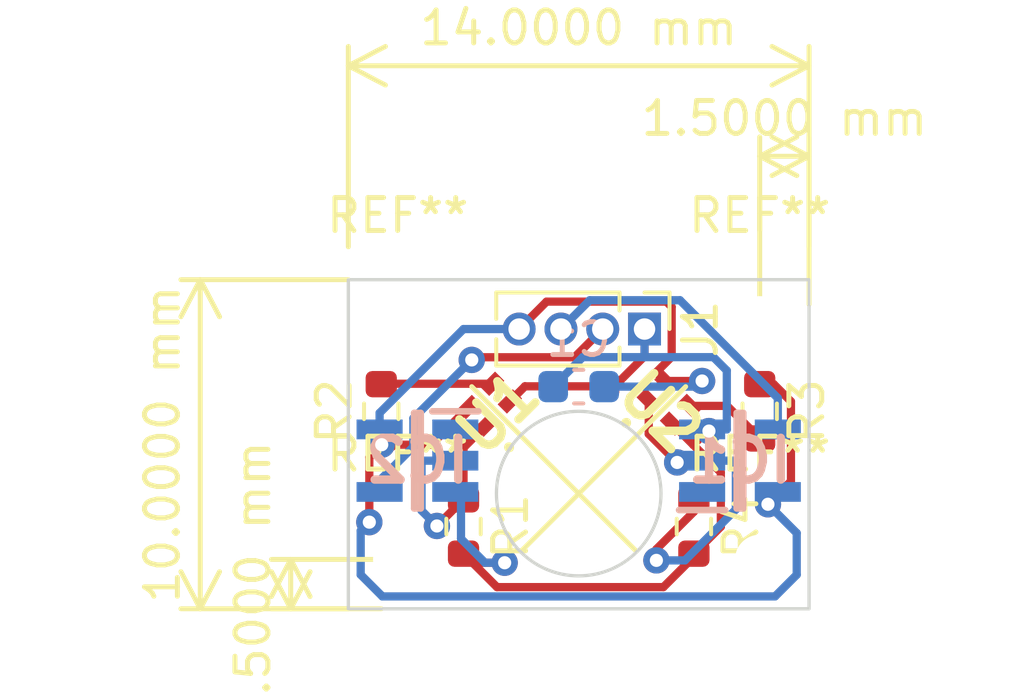
<source format=kicad_pcb>
(kicad_pcb (version 20211014) (generator pcbnew)
  (layers (0 "F.Cu" signal) (31 "B.Cu" signal) (34 "B.Paste" user) (35 "F.Paste" user) (36 "B.SilkS" user "B.Silkscreen") (37 "F.SilkS" user "F.Silkscreen") (38 "B.Mask" user) (39 "F.Mask" user) (44 "Edge.Cuts" user))
  (net 0 "")
  (net 2 "/OUT_A_raw")
  (net 3 "GND")
  (net 4 "/OUT_A")
  (net 5 "+3V3")
  (net 7 "/OUT_B_raw")
  (net 8 "/OUT_B")
  (net 9 "Net-(R2-Pad2)")
  (net 10 "Net-(R3-Pad2)")
  (footprint "Resistor_SMD:R_0603_1608Metric" (layer "F.Cu") (at 180 56 -90)
    (fp_text reference "R4" (at 0 -1.43 90) (layer "F.SilkS"))
    (fp_text value "10k")
    (fp_line (start -0.237258 -0.5225) (end 0.237258 -0.5225) (layer "F.SilkS") (width 0.12))
    (fp_line (start -0.237258 0.5225) (end 0.237258 0.5225) (layer "F.SilkS") (width 0.12))
    (pad "1" smd roundrect (at -0.825 0 270) (size 0.8 0.95) (layers "F.Cu" "F.Paste" "F.Mask") (net 2 "/OUT_A_raw"))
    (pad "2" smd roundrect (at 0.825 0 270) (size 0.8 0.95) (layers "F.Cu" "F.Paste" "F.Mask") (net 3 "GND"))
  )
  (footprint "Resistor_SMD:R_0603_1608Metric" (layer "F.Cu") (at 173 56 -90)
    (fp_text reference "R1" (at 0 -1.43 90) (layer "F.SilkS"))
    (fp_text value "10k")
    (fp_line (start -0.237258 -0.5225) (end 0.237258 -0.5225) (layer "F.SilkS") (width 0.12))
    (fp_line (start -0.237258 0.5225) (end 0.237258 0.5225) (layer "F.SilkS") (width 0.12))
    (pad "1" smd roundrect (at -0.825 0 270) (size 0.8 0.95) (layers "F.Cu" "F.Paste" "F.Mask") (net 7 "/OUT_B_raw"))
    (pad "2" smd roundrect (at 0.825 0 270) (size 0.8 0.95) (layers "F.Cu" "F.Paste" "F.Mask") (net 3 "GND"))
  )
  (footprint "SamacSys_Parts:NJL5901AR1TE1" (layer "F.Cu") (at 179.25 52.25 -45)
    (fp_text reference "U2" (at 0 0.375 135) (layer "F.SilkS") (effects (font (size 1.27 1.27) (thickness 0.254))))
    (fp_text value "NJL5901AR" hide)
    (fp_line (start -0.5 1.3) (end -0.5 1.3) (layer "F.SilkS") (width 0.2))
    (fp_line (start -0.5 1.4) (end -0.5 1.4) (layer "F.SilkS") (width 0.2))
    (fp_line (start -0.5 1.3) (end -0.5 1.3) (layer "F.SilkS") (width 0.2))
    (fp_arc (start -0.5 1.4) (mid -0.55 1.35) (end -0.5 1.3) (layer "F.SilkS") (width 0.2))
    (fp_arc (start -0.5 1.4) (mid -0.55 1.35) (end -0.5 1.3) (layer "F.SilkS") (width 0.2))
    (fp_arc (start -0.5 1.3) (mid -0.45 1.35) (end -0.5 1.4) (layer "F.SilkS") (width 0.2))
    (pad "1" smd rect locked (at -0.5 0.38 45) (size 0.4 0.65) (layers "F.Cu" "F.Paste" "F.Mask") (net 2 "/OUT_A_raw"))
    (pad "2" smd rect locked (at 0.5 0.38 45) (size 0.4 0.65) (layers "F.Cu" "F.Paste" "F.Mask") (net 3 "GND"))
    (pad "3" smd rect locked (at 0.5 -0.38 45) (size 0.4 0.65) (layers "F.Cu" "F.Paste" "F.Mask") (net 10 "Net-(R3-Pad2)"))
    (pad "4" smd rect locked (at -0.5 -0.38 45) (size 0.4 0.65) (layers "F.Cu" "F.Paste" "F.Mask") (net 5 "+3V3"))
  )
  (footprint "Resistor_SMD:R_0603_1608Metric" (layer "F.Cu") (at 182 52.5 -90)
    (fp_text reference "R3" (at 0 -1.43 90) (layer "F.SilkS"))
    (fp_text value "220")
    (fp_line (start -0.237258 0.5225) (end 0.237258 0.5225) (layer "F.SilkS") (width 0.12))
    (fp_line (start -0.237258 -0.5225) (end 0.237258 -0.5225) (layer "F.SilkS") (width 0.12))
    (pad "1" smd roundrect (at -0.825 0 270) (size 0.8 0.95) (layers "F.Cu" "F.Paste" "F.Mask") (net 5 "+3V3"))
    (pad "2" smd roundrect (at 0.825 0 270) (size 0.8 0.95) (layers "F.Cu" "F.Paste" "F.Mask") (net 10 "Net-(R3-Pad2)"))
  )
  (footprint "MountingHole:MountingHole_2.1mm" (layer "F.Cu") (at 182 49.75)
    (fp_text reference "REF**" (at 0 -3.2) (layer "F.SilkS"))
    (fp_text value "MountingHole_2.1mm")
    (pad "" np_thru_hole circle (at 0 0) (size 1.5 1.5) (drill 1.5) (layers F&B.Cu *.Mask))
  )
  (footprint "SamacSys_Parts:NJL5901AR1TE1" (layer "F.Cu") (at 173.7848 52.2848 45)
    (fp_text reference "U1" (at 0 0.375 45) (layer "F.SilkS") (effects (font (size 1.27 1.27) (thickness 0.254))))
    (fp_text value "NJL5901AR" hide)
    (fp_line (start -0.5 1.3) (end -0.5 1.3) (layer "F.SilkS") (width 0.2))
    (fp_line (start -0.5 1.4) (end -0.5 1.4) (layer "F.SilkS") (width 0.2))
    (fp_line (start -0.5 1.3) (end -0.5 1.3) (layer "F.SilkS") (width 0.2))
    (fp_arc (start -0.5 1.4) (mid -0.55 1.35) (end -0.5 1.3) (layer "F.SilkS") (width 0.2))
    (fp_arc (start -0.5 1.4) (mid -0.55 1.35) (end -0.5 1.3) (layer "F.SilkS") (width 0.2))
    (fp_arc (start -0.5 1.3) (mid -0.45 1.35) (end -0.5 1.4) (layer "F.SilkS") (width 0.2))
    (pad "1" smd rect locked (at -0.5 0.38 135) (size 0.4 0.65) (layers "F.Cu" "F.Paste" "F.Mask") (net 7 "/OUT_B_raw"))
    (pad "2" smd rect locked (at 0.5 0.38 135) (size 0.4 0.65) (layers "F.Cu" "F.Paste" "F.Mask") (net 3 "GND"))
    (pad "3" smd rect locked (at 0.5 -0.38 135) (size 0.4 0.65) (layers "F.Cu" "F.Paste" "F.Mask") (net 9 "Net-(R2-Pad2)"))
    (pad "4" smd rect locked (at -0.5 -0.38 135) (size 0.4 0.65) (layers "F.Cu" "F.Paste" "F.Mask") (net 5 "+3V3"))
  )
  (footprint "Resistor_SMD:R_0603_1608Metric" (layer "F.Cu") (at 170.5 52.5 90)
    (fp_text reference "R2" (at 0 -1.43 90) (layer "F.SilkS"))
    (fp_text value "220")
    (fp_line (start -0.237258 -0.5225) (end 0.237258 -0.5225) (layer "F.SilkS") (width 0.12))
    (fp_line (start -0.237258 0.5225) (end 0.237258 0.5225) (layer "F.SilkS") (width 0.12))
    (pad "1" smd roundrect (at -0.825 0 90) (size 0.8 0.95) (layers "F.Cu" "F.Paste" "F.Mask") (net 5 "+3V3"))
    (pad "2" smd roundrect (at 0.825 0 90) (size 0.8 0.95) (layers "F.Cu" "F.Paste" "F.Mask") (net 9 "Net-(R2-Pad2)"))
  )
  (footprint "MountingHole:MountingHole_2.1mm" (layer "F.Cu") (at 182 57)
    (fp_text reference "REF**" (at 0 -3.2) (layer "F.SilkS"))
    (fp_text value "MountingHole_2.1mm")
    (pad "" np_thru_hole circle (at 0 0) (size 1.5 1.5) (drill 1.5) (layers F&B.Cu *.Mask))
  )
  (footprint "MountingHole:MountingHole_2.1mm" (layer "F.Cu") (at 171 49.75)
    (fp_text reference "REF**" (at 0 -3.2) (layer "F.SilkS"))
    (fp_text value "MountingHole_2.1mm")
    (pad "" np_thru_hole circle (at 0 0) (size 1.5 1.5) (drill 1.5) (layers F&B.Cu *.Mask))
  )
  (footprint "MountingHole:MountingHole_2.1mm" (layer "F.Cu") (at 171 57)
    (fp_text reference "REF**" (at 0 -3.2) (layer "F.SilkS"))
    (fp_text value "MountingHole_2.1mm")
    (pad "" np_thru_hole circle (at 0 0) (size 1.5 1.5) (drill 1.5) (layers F&B.Cu *.Mask))
  )
  (footprint "Connector_PinHeader_1.27mm:PinHeader_1x04_P1.27mm_Vertical" (layer "F.Cu") (at 178.5 50 -90)
    (fp_text reference "J1" (at 0 -1.695 90) (layer "F.SilkS"))
    (fp_text value "Conn_01x04_Male")
    (fp_line (start -1.11 0.76) (end -0.563471 0.76) (layer "F.SilkS") (width 0.12))
    (fp_line (start -1.11 4.505) (end -0.30753 4.505) (layer "F.SilkS") (width 0.12))
    (fp_line (start 0.563471 0.76) (end 1.11 0.76) (layer "F.SilkS") (width 0.12))
    (fp_line (start -1.11 0.76) (end -1.11 4.505) (layer "F.SilkS") (width 0.12))
    (fp_line (start 1.11 0.76) (end 1.11 4.505) (layer "F.SilkS") (width 0.12))
    (fp_line (start 0.30753 4.505) (end 1.11 4.505) (layer "F.SilkS") (width 0.12))
    (fp_line (start -1.11 -0.76) (end 0 -0.76) (layer "F.SilkS") (width 0.12))
    (fp_line (start -1.11 0) (end -1.11 -0.76) (layer "F.SilkS") (width 0.12))
    (pad "1" thru_hole rect (at 0 0 270) (size 1 1) (drill 0.65) (layers *.Cu *.Mask) (net 3 "GND"))
    (pad "2" thru_hole oval (at 0 1.27 270) (size 1 1) (drill 0.65) (layers *.Cu *.Mask) (net 8 "/OUT_B"))
    (pad "3" thru_hole oval (at 0 2.54 270) (size 1 1) (drill 0.65) (layers *.Cu *.Mask) (net 4 "/OUT_A"))
    (pad "4" thru_hole oval (at 0 3.81 270) (size 1 1) (drill 0.65) (layers *.Cu *.Mask) (net 5 "+3V3"))
  )
  (footprint "SamacSys_Parts:SOT95P275X140-5N" (layer "B.Cu") (at 171.6 54 180)
    (fp_text reference "IC2" (at 0 0) (layer "B.SilkS") (effects (font (size 1.27 1.27) (thickness 0.254)) (justify mirror)))
    (fp_text value "TC7S14F_F_" hide)
    (fp_line (start -0.1 1.45) (end 0.1 1.45) (layer "B.SilkS") (width 0.2))
    (fp_line (start 0.1 1.45) (end 0.1 -1.45) (layer "B.SilkS") (width 0.2))
    (fp_line (start 0.1 -1.45) (end -0.1 -1.45) (layer "B.SilkS") (width 0.2))
    (fp_line (start -1.85 1.5) (end -0.45 1.5) (layer "B.SilkS") (width 0.2))
    (fp_line (start -0.1 -1.45) (end -0.1 1.45) (layer "B.SilkS") (width 0.2))
    (pad "1" smd rect locked (at -1.15 0.95 90) (size 0.6 1.4) (layers "B.Cu" "B.Paste" "B.Mask"))
    (pad "2" smd rect locked (at -1.15 0 90) (size 0.6 1.4) (layers "B.Cu" "B.Paste" "B.Mask") (net 7 "/OUT_B_raw"))
    (pad "3" smd rect locked (at -1.15 -0.95 90) (size 0.6 1.4) (layers "B.Cu" "B.Paste" "B.Mask") (net 3 "GND"))
    (pad "4" smd rect locked (at 1.15 -0.95 90) (size 0.6 1.4) (layers "B.Cu" "B.Paste" "B.Mask") (net 8 "/OUT_B"))
    (pad "5" smd rect locked (at 1.15 0.95 90) (size 0.6 1.4) (layers "B.Cu" "B.Paste" "B.Mask") (net 5 "+3V3"))
  )
  (footprint "Capacitor_SMD:C_0603_1608Metric" (layer "B.Cu") (at 176.5 51.75 180)
    (fp_text reference "C1" (at 0 1.43) (layer "B.SilkS") (effects (justify mirror)))
    (fp_text value "0.1u")
    (fp_line (start -0.14058 0.51) (end 0.14058 0.51) (layer "B.SilkS") (width 0.12))
    (fp_line (start -0.14058 -0.51) (end 0.14058 -0.51) (layer "B.SilkS") (width 0.12))
    (pad "1" smd roundrect (at -0.775 0 180) (size 0.9 0.95) (layers "B.Cu" "B.Paste" "B.Mask") (net 5 "+3V3"))
    (pad "2" smd roundrect (at 0.775 0 180) (size 0.9 0.95) (layers "B.Cu" "B.Paste" "B.Mask") (net 3 "GND"))
  )
  (footprint "SamacSys_Parts:SOT95P275X140-5N" (layer "B.Cu") (at 181.4 54)
    (fp_text reference "IC1" (at 0 0) (layer "B.SilkS") (effects (font (size 1.27 1.27) (thickness 0.254)) (justify mirror)))
    (fp_text value "TC7S14F_F_" hide)
    (fp_line (start 0.1 1.45) (end 0.1 -1.45) (layer "B.SilkS") (width 0.2))
    (fp_line (start -0.1 1.45) (end 0.1 1.45) (layer "B.SilkS") (width 0.2))
    (fp_line (start -1.85 1.5) (end -0.45 1.5) (layer "B.SilkS") (width 0.2))
    (fp_line (start 0.1 -1.45) (end -0.1 -1.45) (layer "B.SilkS") (width 0.2))
    (fp_line (start -0.1 -1.45) (end -0.1 1.45) (layer "B.SilkS") (width 0.2))
    (pad "1" smd rect locked (at -1.15 0.95 270) (size 0.6 1.4) (layers "B.Cu" "B.Paste" "B.Mask"))
    (pad "2" smd rect locked (at -1.15 0 270) (size 0.6 1.4) (layers "B.Cu" "B.Paste" "B.Mask") (net 2 "/OUT_A_raw"))
    (pad "3" smd rect locked (at -1.15 -0.95 270) (size 0.6 1.4) (layers "B.Cu" "B.Paste" "B.Mask") (net 3 "GND"))
    (pad "4" smd rect locked (at 1.15 -0.95 270) (size 0.6 1.4) (layers "B.Cu" "B.Paste" "B.Mask") (net 4 "/OUT_A"))
    (pad "5" smd rect locked (at 1.15 0.95 270) (size 0.6 1.4) (layers "B.Cu" "B.Paste" "B.Mask") (net 5 "+3V3"))
  )
  (gr_line (start 173.25 51.75) (end 178.25 56.75) (layer "F.SilkS") (width 0.15))
  (gr_line (start 174.75 56.75) (end 179.75 51.75) (layer "F.SilkS") (width 0.15))
  (gr_circle (center 176.5 55) (end 179 55) (layer "Edge.Cuts") (width 0.1) (fill none))
  (gr_rect (start 169.5 48.5) (end 183.5 58.5) (layer "Edge.Cuts") (width 0.1) (fill none))
  (dimension (type aligned) (layer "F.SilkS") (pts (xy 182 49.75) (xy 183.5 49.75)) (height -5) (gr_text "1.5000 mm" (at 182.75 43.6) (layer "F.SilkS") (effects (font (size 1 1) (thickness 0.15)))) (format (units 3) (units_format 1) (precision 4)) (style (thickness 0.15) (arrow_length 1.27) (text_position_mode 0) (extension_height 0.58642) (extension_offset 0.5) keep_text_aligned))
  (dimension (type aligned) (layer "F.SilkS") (pts (xy 171 57) (xy 171 58.5)) (height 3.25) (gr_text "1.5000 mm" (at 166.6 57.75 90) (layer "F.SilkS") (effects (font (size 1 1) (thickness 0.15)))) (format (units 3) (units_format 1) (precision 4)) (style (thickness 0.15) (arrow_length 1.27) (text_position_mode 0) (extension_height 0.58642) (extension_offset 0.5) keep_text_aligned))
  (dimension (type aligned) (layer "F.SilkS") (pts (xy 183.5 48) (xy 169.5 48)) (height 6) (gr_text "14.0000 mm" (at 176.5 40.85) (layer "F.SilkS") (effects (font (size 1 1) (thickness 0.15)))) (format (units 3) (units_format 1) (precision 4)) (style (thickness 0.15) (arrow_length 1.27) (text_position_mode 0) (extension_height 0.58642) (extension_offset 0.5) keep_text_aligned))
  (dimension (type aligned) (layer "F.SilkS") (pts (xy 170 58.5) (xy 170 48.5)) (height -5) (gr_text "10.0000 mm" (at 163.85 53.5 90) (layer "F.SilkS") (effects (font (size 1 1) (thickness 0.15)))) (format (units 3) (units_format 1) (precision 4)) (style (thickness 0.15) (arrow_length 1.27) (text_position_mode 0) (extension_height 0.58642) (extension_offset 0.5) keep_text_aligned))
  (segment (start 178.627746 53.189744) (end 179.491375 54.053373) (width 0.25) (layer "F.Cu") (net 2))
  (segment (start 178.8605 56.6892) (end 180 55.5497) (width 0.25) (layer "F.Cu") (net 2))
  (segment (start 180 55.5497) (end 180 55.175) (width 0.25) (layer "F.Cu") (net 2))
  (segment (start 178.8605 57.0292) (end 178.8605 56.6892) (width 0.25) (layer "F.Cu") (net 2))
  (segment (start 178.627746 52.165147) (end 178.627746 53.189744) (width 0.25) (layer "F.Cu") (net 2))
  (via (at 179.491375 54.053373) (size 0.8) (drill 0.4) (layers "F.Cu" "B.Cu") (net 2))
  (via (at 178.8605 57.0292) (size 0.8) (drill 0.4) (layers "F.Cu" "B.Cu") (net 2))
  (segment (start 181.2751 55.4816) (end 179.7275 57.0292) (width 0.25) (layer "B.Cu") (net 2))
  (segment (start 179.7275 57.0292) (end 178.8605 57.0292) (width 0.25) (layer "B.Cu") (net 2))
  (segment (start 179.544748 54) (end 179.491375 54.053373) (width 0.25) (layer "B.Cu") (net 2))
  (segment (start 180.25 54) (end 179.544748 54) (width 0.25) (layer "B.Cu") (net 2))
  (segment (start 181.2751 54) (end 181.2751 55.4816) (width 0.25) (layer "B.Cu") (net 2))
  (segment (start 180.25 54) (end 181.2751 54) (width 0.25) (layer "B.Cu") (net 2))
  (segment (start 178.5 50) (end 178.5 50.8251) (width 0.25) (layer "F.Cu") (net 3))
  (segment (start 180.457274 53.100498) (end 180.399502 53.100498) (width 0.25) (layer "F.Cu") (net 3))
  (segment (start 174.25 57.101) (end 173.276 57.101) (width 0.25) (layer "F.Cu") (net 3))
  (segment (start 177.6095 51.7156) (end 177.6095 51.7403) (width 0.25) (layer "F.Cu") (net 3))
  (segment (start 178.5 50.8251) (end 177.6095 51.7156) (width 0.25) (layer "F.Cu") (net 3))
  (segment (start 180.8185 56.0065) (end 180 56.825) (width 0.25) (layer "F.Cu") (net 3))
  (segment (start 180 56.9152) (end 180 56.825) (width 0.25) (layer "F.Cu") (net 3))
  (segment (start 173 56.825) (end 174.0167 57.8417) (width 0.25) (layer "F.Cu") (net 3))
  (segment (start 180.8185 54.3559) (end 180.8185 56.0065) (width 0.25) (layer "F.Cu") (net 3))
  (segment (start 177.6095 51.7403) (end 177.6095 51.9139) (width 0.25) (layer "F.Cu") (net 3))
  (segment (start 177.6095 51.7403) (end 174.8668 51.7403) (width 0.25) (layer "F.Cu") (net 3))
  (segment (start 179.9813 53.5187) (end 180.8185 54.3559) (width 0.25) (layer "F.Cu") (net 3))
  (segment (start 179.0735 57.8417) (end 180 56.9152) (width 0.25) (layer "F.Cu") (net 3))
  (segment (start 180.399502 53.100498) (end 179.9813 53.5187) (width 0.25) (layer "F.Cu") (net 3))
  (segment (start 174.0167 57.8417) (end 179.0735 57.8417) (width 0.25) (layer "F.Cu") (net 3))
  (segment (start 174.8668 51.7403) (end 174.8668 51.7402) (width 0.25) (layer "F.Cu") (net 3))
  (segment (start 179.3349 52.8723) (end 179.9813 53.5187) (width 0.25) (layer "F.Cu") (net 3))
  (segment (start 173.276 57.101) (end 173 56.825) (width 0.25) (layer "F.Cu") (net 3))
  (segment (start 174.4071 52.1999) (end 174.8668 51.7402) (width 0.25) (layer "F.Cu") (net 3))
  (via (at 180.457274 53.100498) (size 0.8) (drill 0.4) (layers "F.Cu" "B.Cu") (net 3))
  (via (at 174.25 57.101) (size 0.8) (drill 0.4) (layers "F.Cu" "B.Cu") (net 3))
  (segment (start 172.9234 56.3712) (end 172.9234 55.1234) (width 0.25) (layer "B.Cu") (net 3))
  (segment (start 180.406776 53.05) (end 180.25 53.05) (width 0.25) (layer "B.Cu") (net 3))
  (segment (start 181 51.2606) (end 180.5933 50.8539) (width 0.25) (layer "B.Cu") (net 3))
  (segment (start 180.5933 50.8539) (end 178.5 50.8539) (width 0.25) (layer "B.Cu") (net 3))
  (segment (start 180.457274 53.100498) (end 180.406776 53.05) (width 0.25) (layer "B.Cu") (net 3))
  (segment (start 181 53.05) (end 181 51.2606) (width 0.25) (layer "B.Cu") (net 3))
  (segment (start 178.5 50) (end 178.5 50.4044) (width 0.25) (layer "B.Cu") (net 3))
  (segment (start 173.6532 57.101) (end 172.9234 56.3712) (width 0.25) (layer "B.Cu") (net 3))
  (segment (start 178.5 50.8539) (end 176.6211 50.8539) (width 0.25) (layer "B.Cu") (net 3))
  (segment (start 178.5 50.4044) (end 178.5 50.8539) (width 0.25) (layer "B.Cu") (net 3))
  (segment (start 172.9234 55.1234) (end 172.75 54.95) (width 0.25) (layer "B.Cu") (net 3))
  (segment (start 176.6211 50.8539) (end 175.725 51.75) (width 0.25) (layer "B.Cu") (net 3))
  (segment (start 180.25 53.05) (end 181 53.05) (width 0.25) (layer "B.Cu") (net 3))
  (segment (start 174.25 57.101) (end 173.6532 57.101) (width 0.25) (layer "B.Cu") (net 3))
  (segment (start 179.5758 49.1237) (end 176.8363 49.1237) (width 0.25) (layer "B.Cu") (net 4))
  (segment (start 176.8363 49.1237) (end 175.96 50) (width 0.25) (layer "B.Cu") (net 4))
  (segment (start 182.55 53.05) (end 182.55 52.0979) (width 0.25) (layer "B.Cu") (net 4))
  (segment (start 182.55 52.0979) (end 179.5758 49.1237) (width 0.25) (layer "B.Cu") (net 4))
  (segment (start 172.017899 53.514301) (end 173.1625 52.3697) (width 0.25) (layer "F.Cu") (net 5))
  (segment (start 178.8533 51.3159) (end 179.3252 50.844) (width 0.25) (layer "F.Cu") (net 5))
  (segment (start 175.5229 49.1671) (end 174.69 50) (width 0.25) (layer "F.Cu") (net 5))
  (segment (start 179.3252 49.3263) (end 179.166 49.1671) (width 0.25) (layer "F.Cu") (net 5))
  (segment (start 170.1376 53.891002) (end 170.1376 55.8679) (width 0.25) (layer "F.Cu") (net 5))
  (segment (start 180.25 51.5784) (end 179.1158 51.5784) (width 0.25) (layer "F.Cu") (net 5))
  (segment (start 182.94952 54.62498) (end 182.94952 52.19952) (width 0.25) (layer "F.Cu") (net 5))
  (segment (start 179.166 49.1671) (end 175.5229 49.1671) (width 0.25) (layer "F.Cu") (net 5))
  (segment (start 182.94952 52.19952) (end 182.425 51.675) (width 0.25) (layer "F.Cu") (net 5))
  (segment (start 182.25 55.3245) (end 182.94952 54.62498) (width 0.25) (layer "F.Cu") (net 5))
  (segment (start 179.3252 50.844) (end 179.3252 49.3263) (width 0.25) (layer "F.Cu") (net 5))
  (segment (start 179.1158 51.5784) (end 178.8533 51.3159) (width 0.25) (layer "F.Cu") (net 5))
  (segment (start 170.514301 53.514301) (end 172.017899 53.514301) (width 0.25) (layer "F.Cu") (net 5))
  (segment (start 170.514301 53.514301) (end 170.1376 53.891002) (width 0.25) (layer "F.Cu") (net 5))
  (segment (start 182.425 51.675) (end 182 51.675) (width 0.25) (layer "F.Cu") (net 5))
  (via (at 170.514301 53.514301) (size 0.8) (drill 0.4) (layers "F.Cu" "B.Cu") (net 5))
  (via (at 180.25 51.5784) (size 0.8) (drill 0.4) (layers "F.Cu" "B.Cu") (net 5))
  (via (at 182.25 55.3245) (size 0.8) (drill 0.4) (layers "F.Cu" "B.Cu") (net 5))
  (via (at 170.1376 55.8679) (size 0.8) (drill 0.4) (layers "F.Cu" "B.Cu") (net 5))
  (segment (start 170.45 52.55) (end 173 50) (width 0.25) (layer "B.Cu") (net 5))
  (segment (start 170.45 53.05) (end 170.45 52.55) (width 0.25) (layer "B.Cu") (net 5))
  (segment (start 183.124521 57.465793) (end 182.465793 58.124521) (width 0.25) (layer "B.Cu") (net 5))
  (segment (start 173 50) (end 174.69 50) (width 0.25) (layer "B.Cu") (net 5))
  (segment (start 182.465793 58.124521) (end 170.534207 58.124521) (width 0.25) (layer "B.Cu") (net 5))
  (segment (start 180.25 51.5784) (end 180.0784 51.75) (width 0.25) (layer "B.Cu") (net 5))
  (segment (start 182.25 55.3245) (end 183.124521 56.199021) (width 0.25) (layer "B.Cu") (net 5))
  (segment (start 170.514301 53.514301) (end 170.45 53.45) (width 0.25) (layer "B.Cu") (net 5))
  (segment (start 180.0784 51.75) (end 177.275 51.75) (width 0.25) (layer "B.Cu") (net 5))
  (segment (start 170.534207 58.124521) (end 169.875479 57.465793) (width 0.25) (layer "B.Cu") (net 5))
  (segment (start 170.45 53.45) (end 170.45 53.05) (width 0.25) (layer "B.Cu") (net 5))
  (segment (start 169.875479 56.130021) (end 170.1376 55.8679) (width 0.25) (layer "B.Cu") (net 5))
  (segment (start 182.25 55.3245) (end 182.25 55.25) (width 0.25) (layer "B.Cu") (net 5))
  (segment (start 182.25 55.25) (end 182.55 54.95) (width 0.25) (layer "B.Cu") (net 5))
  (segment (start 169.875479 57.465793) (end 169.875479 56.130021) (width 0.25) (layer "B.Cu") (net 5))
  (segment (start 183.124521 56.199021) (end 183.124521 57.465793) (width 0.25) (layer "B.Cu") (net 5))
  (segment (start 173 53.607) (end 173.6999 52.9071) (width 0.25) (layer "F.Cu") (net 7))
  (segment (start 173 55.175) (end 173 53.607) (width 0.25) (layer "F.Cu") (net 7))
  (segment (start 172.1915 55.9835) (end 173 55.175) (width 0.25) (layer "F.Cu") (net 7))
  (via (at 172.1915 55.9835) (size 0.8) (drill 0.4) (layers "F.Cu" "B.Cu") (net 7))
  (segment (start 171.7249 54) (end 172.75 54) (width 0.25) (layer "B.Cu") (net 7))
  (segment (start 171.7249 55.5169) (end 171.7249 54) (width 0.25) (layer "B.Cu") (net 7))
  (segment (start 172.1915 55.9835) (end 171.7249 55.5169) (width 0.25) (layer "B.Cu") (net 7))
  (segment (start 173.25 50.938) (end 173.3307 50.8573) (width 0.25) (layer "F.Cu") (net 8))
  (segment (start 176.3727 50.8573) (end 177.23 50) (width 0.25) (layer "F.Cu") (net 8))
  (segment (start 173.3307 50.8573) (end 176.3727 50.8573) (width 0.25) (layer "F.Cu") (net 8))
  (via (at 173.25 50.938) (size 0.8) (drill 0.4) (layers "F.Cu" "B.Cu") (net 8))
  (segment (start 171.4752 53.578) (end 170.45 54.6032) (width 0.25) (layer "B.Cu") (net 8))
  (segment (start 170.45 54.6032) (end 170.45 54.95) (width 0.25) (layer "B.Cu") (net 8))
  (segment (start 171.4752 52.7128) (end 171.4752 53.578) (width 0.25) (layer "B.Cu") (net 8))
  (segment (start 173.25 50.938) (end 171.4752 52.7128) (width 0.25) (layer "B.Cu") (net 8))
  (segment (start 170.5125 51.6625) (end 173.8697 51.6625) (width 0.25) (layer "F.Cu") (net 9))
  (segment (start 170.5 51.675) (end 170.5125 51.6625) (width 0.25) (layer "F.Cu") (net 9))
  (segment (start 181.009853 52.334853) (end 182 53.325) (width 0.25) (layer "F.Cu") (net 10))
  (segment (start 179.872254 52.334853) (end 181.009853 52.334853) (width 0.25) (layer "F.Cu") (net 10))
)
</source>
